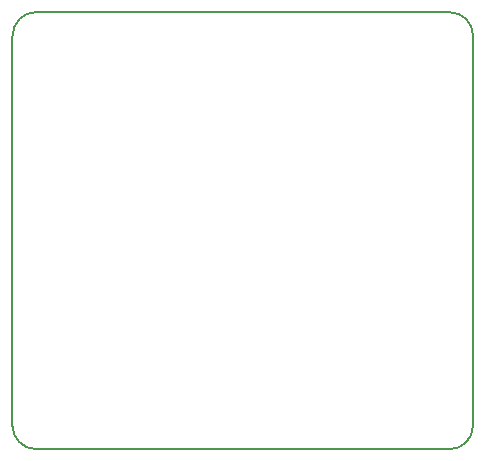
<source format=gbr>
G04 #@! TF.GenerationSoftware,KiCad,Pcbnew,5.0.1-33cea8e~68~ubuntu18.10.1*
G04 #@! TF.CreationDate,2018-11-26T23:36:52+02:00*
G04 #@! TF.ProjectId,BUS-BLASTER-AVR-1.27,4255532D424C41535445522D4156522D,v1.0*
G04 #@! TF.SameCoordinates,Original*
G04 #@! TF.FileFunction,Paste,Top*
G04 #@! TF.FilePolarity,Positive*
%FSLAX46Y46*%
G04 Gerber Fmt 4.6, Leading zero omitted, Abs format (unit mm)*
G04 Created by KiCad (PCBNEW 5.0.1-33cea8e~68~ubuntu18.10.1) date ma 26. marraskuuta 2018 23.36.52*
%MOMM*%
%LPD*%
G01*
G04 APERTURE LIST*
%ADD10C,0.150000*%
G04 APERTURE END LIST*
D10*
X65000000Y-87000000D02*
G75*
G02X63000000Y-85000000I0J2000000D01*
G01*
X102000000Y-85000000D02*
G75*
G02X100000000Y-87000000I-2000000J0D01*
G01*
X100000000Y-50000000D02*
G75*
G02X102000000Y-52000000I0J-2000000D01*
G01*
X63000000Y-52000000D02*
G75*
G02X65000000Y-50000000I2000000J0D01*
G01*
X65000000Y-50000000D02*
X100000000Y-50000000D01*
X102000000Y-85000000D02*
X102000000Y-52000000D01*
X65000000Y-87000000D02*
X100000000Y-87000000D01*
X63000000Y-52000000D02*
X63000000Y-85000000D01*
M02*

</source>
